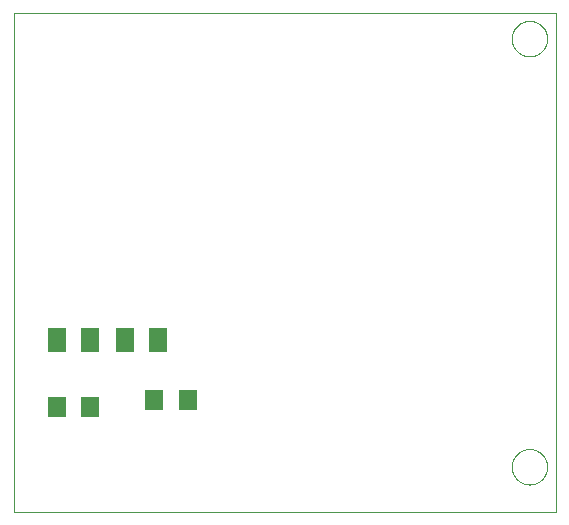
<source format=gbp>
G75*
%MOIN*%
%OFA0B0*%
%FSLAX25Y25*%
%IPPOS*%
%LPD*%
%AMOC8*
5,1,8,0,0,1.08239X$1,22.5*
%
%ADD10C,0.00000*%
%ADD11R,0.06299X0.07098*%
%ADD12R,0.06299X0.07874*%
D10*
X0001600Y0001600D02*
X0001600Y0168254D01*
X0182427Y0168254D01*
X0182427Y0001600D01*
X0001600Y0001600D01*
X0167663Y0016836D02*
X0167665Y0016989D01*
X0167671Y0017143D01*
X0167681Y0017296D01*
X0167695Y0017448D01*
X0167713Y0017601D01*
X0167735Y0017752D01*
X0167760Y0017903D01*
X0167790Y0018054D01*
X0167824Y0018204D01*
X0167861Y0018352D01*
X0167902Y0018500D01*
X0167947Y0018646D01*
X0167996Y0018792D01*
X0168049Y0018936D01*
X0168105Y0019078D01*
X0168165Y0019219D01*
X0168229Y0019359D01*
X0168296Y0019497D01*
X0168367Y0019633D01*
X0168442Y0019767D01*
X0168519Y0019899D01*
X0168601Y0020029D01*
X0168685Y0020157D01*
X0168773Y0020283D01*
X0168864Y0020406D01*
X0168958Y0020527D01*
X0169056Y0020645D01*
X0169156Y0020761D01*
X0169260Y0020874D01*
X0169366Y0020985D01*
X0169475Y0021093D01*
X0169587Y0021198D01*
X0169701Y0021299D01*
X0169819Y0021398D01*
X0169938Y0021494D01*
X0170060Y0021587D01*
X0170185Y0021676D01*
X0170312Y0021763D01*
X0170441Y0021845D01*
X0170572Y0021925D01*
X0170705Y0022001D01*
X0170840Y0022074D01*
X0170977Y0022143D01*
X0171116Y0022208D01*
X0171256Y0022270D01*
X0171398Y0022328D01*
X0171541Y0022383D01*
X0171686Y0022434D01*
X0171832Y0022481D01*
X0171979Y0022524D01*
X0172127Y0022563D01*
X0172276Y0022599D01*
X0172426Y0022630D01*
X0172577Y0022658D01*
X0172728Y0022682D01*
X0172881Y0022702D01*
X0173033Y0022718D01*
X0173186Y0022730D01*
X0173339Y0022738D01*
X0173492Y0022742D01*
X0173646Y0022742D01*
X0173799Y0022738D01*
X0173952Y0022730D01*
X0174105Y0022718D01*
X0174257Y0022702D01*
X0174410Y0022682D01*
X0174561Y0022658D01*
X0174712Y0022630D01*
X0174862Y0022599D01*
X0175011Y0022563D01*
X0175159Y0022524D01*
X0175306Y0022481D01*
X0175452Y0022434D01*
X0175597Y0022383D01*
X0175740Y0022328D01*
X0175882Y0022270D01*
X0176022Y0022208D01*
X0176161Y0022143D01*
X0176298Y0022074D01*
X0176433Y0022001D01*
X0176566Y0021925D01*
X0176697Y0021845D01*
X0176826Y0021763D01*
X0176953Y0021676D01*
X0177078Y0021587D01*
X0177200Y0021494D01*
X0177319Y0021398D01*
X0177437Y0021299D01*
X0177551Y0021198D01*
X0177663Y0021093D01*
X0177772Y0020985D01*
X0177878Y0020874D01*
X0177982Y0020761D01*
X0178082Y0020645D01*
X0178180Y0020527D01*
X0178274Y0020406D01*
X0178365Y0020283D01*
X0178453Y0020157D01*
X0178537Y0020029D01*
X0178619Y0019899D01*
X0178696Y0019767D01*
X0178771Y0019633D01*
X0178842Y0019497D01*
X0178909Y0019359D01*
X0178973Y0019219D01*
X0179033Y0019078D01*
X0179089Y0018936D01*
X0179142Y0018792D01*
X0179191Y0018646D01*
X0179236Y0018500D01*
X0179277Y0018352D01*
X0179314Y0018204D01*
X0179348Y0018054D01*
X0179378Y0017903D01*
X0179403Y0017752D01*
X0179425Y0017601D01*
X0179443Y0017448D01*
X0179457Y0017296D01*
X0179467Y0017143D01*
X0179473Y0016989D01*
X0179475Y0016836D01*
X0179473Y0016683D01*
X0179467Y0016529D01*
X0179457Y0016376D01*
X0179443Y0016224D01*
X0179425Y0016071D01*
X0179403Y0015920D01*
X0179378Y0015769D01*
X0179348Y0015618D01*
X0179314Y0015468D01*
X0179277Y0015320D01*
X0179236Y0015172D01*
X0179191Y0015026D01*
X0179142Y0014880D01*
X0179089Y0014736D01*
X0179033Y0014594D01*
X0178973Y0014453D01*
X0178909Y0014313D01*
X0178842Y0014175D01*
X0178771Y0014039D01*
X0178696Y0013905D01*
X0178619Y0013773D01*
X0178537Y0013643D01*
X0178453Y0013515D01*
X0178365Y0013389D01*
X0178274Y0013266D01*
X0178180Y0013145D01*
X0178082Y0013027D01*
X0177982Y0012911D01*
X0177878Y0012798D01*
X0177772Y0012687D01*
X0177663Y0012579D01*
X0177551Y0012474D01*
X0177437Y0012373D01*
X0177319Y0012274D01*
X0177200Y0012178D01*
X0177078Y0012085D01*
X0176953Y0011996D01*
X0176826Y0011909D01*
X0176697Y0011827D01*
X0176566Y0011747D01*
X0176433Y0011671D01*
X0176298Y0011598D01*
X0176161Y0011529D01*
X0176022Y0011464D01*
X0175882Y0011402D01*
X0175740Y0011344D01*
X0175597Y0011289D01*
X0175452Y0011238D01*
X0175306Y0011191D01*
X0175159Y0011148D01*
X0175011Y0011109D01*
X0174862Y0011073D01*
X0174712Y0011042D01*
X0174561Y0011014D01*
X0174410Y0010990D01*
X0174257Y0010970D01*
X0174105Y0010954D01*
X0173952Y0010942D01*
X0173799Y0010934D01*
X0173646Y0010930D01*
X0173492Y0010930D01*
X0173339Y0010934D01*
X0173186Y0010942D01*
X0173033Y0010954D01*
X0172881Y0010970D01*
X0172728Y0010990D01*
X0172577Y0011014D01*
X0172426Y0011042D01*
X0172276Y0011073D01*
X0172127Y0011109D01*
X0171979Y0011148D01*
X0171832Y0011191D01*
X0171686Y0011238D01*
X0171541Y0011289D01*
X0171398Y0011344D01*
X0171256Y0011402D01*
X0171116Y0011464D01*
X0170977Y0011529D01*
X0170840Y0011598D01*
X0170705Y0011671D01*
X0170572Y0011747D01*
X0170441Y0011827D01*
X0170312Y0011909D01*
X0170185Y0011996D01*
X0170060Y0012085D01*
X0169938Y0012178D01*
X0169819Y0012274D01*
X0169701Y0012373D01*
X0169587Y0012474D01*
X0169475Y0012579D01*
X0169366Y0012687D01*
X0169260Y0012798D01*
X0169156Y0012911D01*
X0169056Y0013027D01*
X0168958Y0013145D01*
X0168864Y0013266D01*
X0168773Y0013389D01*
X0168685Y0013515D01*
X0168601Y0013643D01*
X0168519Y0013773D01*
X0168442Y0013905D01*
X0168367Y0014039D01*
X0168296Y0014175D01*
X0168229Y0014313D01*
X0168165Y0014453D01*
X0168105Y0014594D01*
X0168049Y0014736D01*
X0167996Y0014880D01*
X0167947Y0015026D01*
X0167902Y0015172D01*
X0167861Y0015320D01*
X0167824Y0015468D01*
X0167790Y0015618D01*
X0167760Y0015769D01*
X0167735Y0015920D01*
X0167713Y0016071D01*
X0167695Y0016224D01*
X0167681Y0016376D01*
X0167671Y0016529D01*
X0167665Y0016683D01*
X0167663Y0016836D01*
X0167663Y0159553D02*
X0167665Y0159706D01*
X0167671Y0159860D01*
X0167681Y0160013D01*
X0167695Y0160165D01*
X0167713Y0160318D01*
X0167735Y0160469D01*
X0167760Y0160620D01*
X0167790Y0160771D01*
X0167824Y0160921D01*
X0167861Y0161069D01*
X0167902Y0161217D01*
X0167947Y0161363D01*
X0167996Y0161509D01*
X0168049Y0161653D01*
X0168105Y0161795D01*
X0168165Y0161936D01*
X0168229Y0162076D01*
X0168296Y0162214D01*
X0168367Y0162350D01*
X0168442Y0162484D01*
X0168519Y0162616D01*
X0168601Y0162746D01*
X0168685Y0162874D01*
X0168773Y0163000D01*
X0168864Y0163123D01*
X0168958Y0163244D01*
X0169056Y0163362D01*
X0169156Y0163478D01*
X0169260Y0163591D01*
X0169366Y0163702D01*
X0169475Y0163810D01*
X0169587Y0163915D01*
X0169701Y0164016D01*
X0169819Y0164115D01*
X0169938Y0164211D01*
X0170060Y0164304D01*
X0170185Y0164393D01*
X0170312Y0164480D01*
X0170441Y0164562D01*
X0170572Y0164642D01*
X0170705Y0164718D01*
X0170840Y0164791D01*
X0170977Y0164860D01*
X0171116Y0164925D01*
X0171256Y0164987D01*
X0171398Y0165045D01*
X0171541Y0165100D01*
X0171686Y0165151D01*
X0171832Y0165198D01*
X0171979Y0165241D01*
X0172127Y0165280D01*
X0172276Y0165316D01*
X0172426Y0165347D01*
X0172577Y0165375D01*
X0172728Y0165399D01*
X0172881Y0165419D01*
X0173033Y0165435D01*
X0173186Y0165447D01*
X0173339Y0165455D01*
X0173492Y0165459D01*
X0173646Y0165459D01*
X0173799Y0165455D01*
X0173952Y0165447D01*
X0174105Y0165435D01*
X0174257Y0165419D01*
X0174410Y0165399D01*
X0174561Y0165375D01*
X0174712Y0165347D01*
X0174862Y0165316D01*
X0175011Y0165280D01*
X0175159Y0165241D01*
X0175306Y0165198D01*
X0175452Y0165151D01*
X0175597Y0165100D01*
X0175740Y0165045D01*
X0175882Y0164987D01*
X0176022Y0164925D01*
X0176161Y0164860D01*
X0176298Y0164791D01*
X0176433Y0164718D01*
X0176566Y0164642D01*
X0176697Y0164562D01*
X0176826Y0164480D01*
X0176953Y0164393D01*
X0177078Y0164304D01*
X0177200Y0164211D01*
X0177319Y0164115D01*
X0177437Y0164016D01*
X0177551Y0163915D01*
X0177663Y0163810D01*
X0177772Y0163702D01*
X0177878Y0163591D01*
X0177982Y0163478D01*
X0178082Y0163362D01*
X0178180Y0163244D01*
X0178274Y0163123D01*
X0178365Y0163000D01*
X0178453Y0162874D01*
X0178537Y0162746D01*
X0178619Y0162616D01*
X0178696Y0162484D01*
X0178771Y0162350D01*
X0178842Y0162214D01*
X0178909Y0162076D01*
X0178973Y0161936D01*
X0179033Y0161795D01*
X0179089Y0161653D01*
X0179142Y0161509D01*
X0179191Y0161363D01*
X0179236Y0161217D01*
X0179277Y0161069D01*
X0179314Y0160921D01*
X0179348Y0160771D01*
X0179378Y0160620D01*
X0179403Y0160469D01*
X0179425Y0160318D01*
X0179443Y0160165D01*
X0179457Y0160013D01*
X0179467Y0159860D01*
X0179473Y0159706D01*
X0179475Y0159553D01*
X0179473Y0159400D01*
X0179467Y0159246D01*
X0179457Y0159093D01*
X0179443Y0158941D01*
X0179425Y0158788D01*
X0179403Y0158637D01*
X0179378Y0158486D01*
X0179348Y0158335D01*
X0179314Y0158185D01*
X0179277Y0158037D01*
X0179236Y0157889D01*
X0179191Y0157743D01*
X0179142Y0157597D01*
X0179089Y0157453D01*
X0179033Y0157311D01*
X0178973Y0157170D01*
X0178909Y0157030D01*
X0178842Y0156892D01*
X0178771Y0156756D01*
X0178696Y0156622D01*
X0178619Y0156490D01*
X0178537Y0156360D01*
X0178453Y0156232D01*
X0178365Y0156106D01*
X0178274Y0155983D01*
X0178180Y0155862D01*
X0178082Y0155744D01*
X0177982Y0155628D01*
X0177878Y0155515D01*
X0177772Y0155404D01*
X0177663Y0155296D01*
X0177551Y0155191D01*
X0177437Y0155090D01*
X0177319Y0154991D01*
X0177200Y0154895D01*
X0177078Y0154802D01*
X0176953Y0154713D01*
X0176826Y0154626D01*
X0176697Y0154544D01*
X0176566Y0154464D01*
X0176433Y0154388D01*
X0176298Y0154315D01*
X0176161Y0154246D01*
X0176022Y0154181D01*
X0175882Y0154119D01*
X0175740Y0154061D01*
X0175597Y0154006D01*
X0175452Y0153955D01*
X0175306Y0153908D01*
X0175159Y0153865D01*
X0175011Y0153826D01*
X0174862Y0153790D01*
X0174712Y0153759D01*
X0174561Y0153731D01*
X0174410Y0153707D01*
X0174257Y0153687D01*
X0174105Y0153671D01*
X0173952Y0153659D01*
X0173799Y0153651D01*
X0173646Y0153647D01*
X0173492Y0153647D01*
X0173339Y0153651D01*
X0173186Y0153659D01*
X0173033Y0153671D01*
X0172881Y0153687D01*
X0172728Y0153707D01*
X0172577Y0153731D01*
X0172426Y0153759D01*
X0172276Y0153790D01*
X0172127Y0153826D01*
X0171979Y0153865D01*
X0171832Y0153908D01*
X0171686Y0153955D01*
X0171541Y0154006D01*
X0171398Y0154061D01*
X0171256Y0154119D01*
X0171116Y0154181D01*
X0170977Y0154246D01*
X0170840Y0154315D01*
X0170705Y0154388D01*
X0170572Y0154464D01*
X0170441Y0154544D01*
X0170312Y0154626D01*
X0170185Y0154713D01*
X0170060Y0154802D01*
X0169938Y0154895D01*
X0169819Y0154991D01*
X0169701Y0155090D01*
X0169587Y0155191D01*
X0169475Y0155296D01*
X0169366Y0155404D01*
X0169260Y0155515D01*
X0169156Y0155628D01*
X0169056Y0155744D01*
X0168958Y0155862D01*
X0168864Y0155983D01*
X0168773Y0156106D01*
X0168685Y0156232D01*
X0168601Y0156360D01*
X0168519Y0156490D01*
X0168442Y0156622D01*
X0168367Y0156756D01*
X0168296Y0156892D01*
X0168229Y0157030D01*
X0168165Y0157170D01*
X0168105Y0157311D01*
X0168049Y0157453D01*
X0167996Y0157597D01*
X0167947Y0157743D01*
X0167902Y0157889D01*
X0167861Y0158037D01*
X0167824Y0158185D01*
X0167790Y0158335D01*
X0167760Y0158486D01*
X0167735Y0158637D01*
X0167713Y0158788D01*
X0167695Y0158941D01*
X0167681Y0159093D01*
X0167671Y0159246D01*
X0167665Y0159400D01*
X0167663Y0159553D01*
D11*
X0059698Y0039100D03*
X0048502Y0039100D03*
X0027198Y0036600D03*
X0016002Y0036600D03*
D12*
X0016088Y0059100D03*
X0027112Y0059100D03*
X0038588Y0059100D03*
X0049612Y0059100D03*
M02*

</source>
